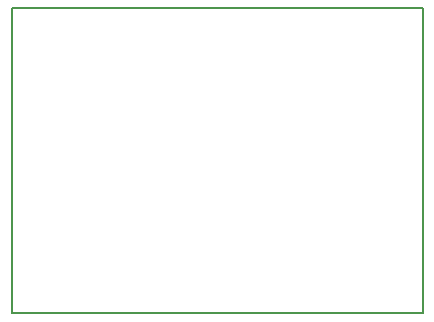
<source format=gbo>
G04 MADE WITH FRITZING*
G04 WWW.FRITZING.ORG*
G04 DOUBLE SIDED*
G04 HOLES PLATED*
G04 CONTOUR ON CENTER OF CONTOUR VECTOR*
%ASAXBY*%
%FSLAX23Y23*%
%MOIN*%
%OFA0B0*%
%SFA1.0B1.0*%
%ADD10R,1.377950X1.023620X1.361950X1.007620*%
%ADD11C,0.008000*%
%LNSILK0*%
G90*
G70*
G54D11*
X4Y1020D02*
X1374Y1020D01*
X1374Y4D01*
X4Y4D01*
X4Y1020D01*
D02*
G04 End of Silk0*
M02*
</source>
